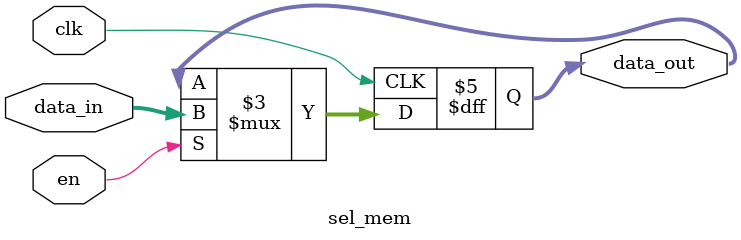
<source format=v>

module sel_mem (
   input wire        clk,
   input wire        en,
   input wire [3:0]  data_in,
   output reg [3:0]  data_out
);

initial data_out = 4'd0;

always @ (posedge clk) begin
   if (en)
      data_out <= data_in;
end
endmodule
</source>
